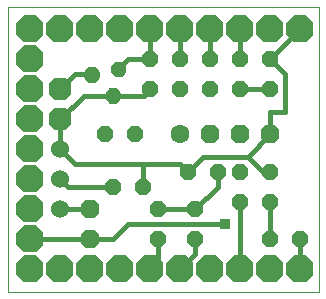
<source format=gbl>
G75*
%MOIN*%
%OFA0B0*%
%FSLAX24Y24*%
%IPPOS*%
%LPD*%
%AMOC8*
5,1,8,0,0,1.08239X$1,22.5*
%
%ADD10C,0.0000*%
%ADD11OC8,0.0520*%
%ADD12OC8,0.0630*%
%ADD13C,0.0630*%
%ADD14C,0.0104*%
%ADD15OC8,0.0900*%
%ADD16C,0.0600*%
%ADD17OC8,0.0760*%
%ADD18C,0.0160*%
%ADD19R,0.0356X0.0356*%
D10*
X000100Y000100D02*
X000100Y009596D01*
X010470Y009596D01*
X010470Y000100D01*
X000100Y000100D01*
D11*
X003600Y003600D03*
X004600Y003600D03*
X005100Y002850D03*
X005100Y001850D03*
X006350Y001850D03*
X006350Y002850D03*
X006100Y004100D03*
X007100Y004100D03*
X007850Y004100D03*
X008850Y004100D03*
X008850Y003100D03*
X007850Y003100D03*
X008850Y001850D03*
X009850Y001850D03*
X008850Y006850D03*
X008850Y007850D03*
X007850Y007850D03*
X006850Y007850D03*
X006850Y006850D03*
X007850Y006850D03*
X005850Y006850D03*
X004850Y006850D03*
X004850Y007850D03*
X005850Y007850D03*
X004350Y005350D03*
X003350Y005350D03*
D12*
X002850Y002850D03*
X002850Y001850D03*
X006850Y005350D03*
X007850Y005350D03*
X008850Y005350D03*
D13*
X005850Y005350D03*
D14*
X003566Y006798D02*
X003514Y006850D01*
X003686Y006850D01*
X003807Y006729D01*
X003807Y006557D01*
X003686Y006436D01*
X003514Y006436D01*
X003393Y006557D01*
X003393Y006729D01*
X003514Y006850D01*
X003546Y006772D01*
X003654Y006772D01*
X003729Y006697D01*
X003729Y006589D01*
X003654Y006514D01*
X003546Y006514D01*
X003471Y006589D01*
X003471Y006697D01*
X003546Y006772D01*
X003579Y006694D01*
X003621Y006694D01*
X003651Y006664D01*
X003651Y006622D01*
X003621Y006592D01*
X003579Y006592D01*
X003549Y006622D01*
X003549Y006664D01*
X003579Y006694D01*
X002859Y007505D02*
X002807Y007557D01*
X002979Y007557D01*
X003100Y007436D01*
X003100Y007264D01*
X002979Y007143D01*
X002807Y007143D01*
X002686Y007264D01*
X002686Y007436D01*
X002807Y007557D01*
X002839Y007479D01*
X002947Y007479D01*
X003022Y007404D01*
X003022Y007296D01*
X002947Y007221D01*
X002839Y007221D01*
X002764Y007296D01*
X002764Y007404D01*
X002839Y007479D01*
X002872Y007401D01*
X002914Y007401D01*
X002944Y007371D01*
X002944Y007329D01*
X002914Y007299D01*
X002872Y007299D01*
X002842Y007329D01*
X002842Y007371D01*
X002872Y007401D01*
X003743Y007682D02*
X003691Y007734D01*
X003863Y007734D01*
X003984Y007613D01*
X003984Y007441D01*
X003863Y007320D01*
X003691Y007320D01*
X003570Y007441D01*
X003570Y007613D01*
X003691Y007734D01*
X003723Y007656D01*
X003831Y007656D01*
X003906Y007581D01*
X003906Y007473D01*
X003831Y007398D01*
X003723Y007398D01*
X003648Y007473D01*
X003648Y007581D01*
X003723Y007656D01*
X003756Y007578D01*
X003798Y007578D01*
X003828Y007548D01*
X003828Y007506D01*
X003798Y007476D01*
X003756Y007476D01*
X003726Y007506D01*
X003726Y007548D01*
X003756Y007578D01*
D15*
X003850Y008850D03*
X004850Y008850D03*
X005850Y008850D03*
X006850Y008850D03*
X007850Y008850D03*
X008850Y008850D03*
X009850Y008850D03*
X002850Y008850D03*
X001850Y008850D03*
X000850Y008850D03*
X000850Y007850D03*
X000850Y006850D03*
X000850Y005850D03*
X000850Y004850D03*
X000850Y003850D03*
X000850Y002850D03*
X000850Y001850D03*
X000850Y000850D03*
X001850Y000850D03*
X002850Y000850D03*
X003850Y000850D03*
X004850Y000850D03*
X005850Y000850D03*
X006850Y000850D03*
X007850Y000850D03*
X008850Y000850D03*
X009850Y000850D03*
D16*
X001850Y002850D03*
X001850Y003850D03*
X001850Y004850D03*
D17*
X001850Y005850D03*
X001850Y006850D03*
D18*
X002350Y007350D01*
X002893Y007350D01*
X002643Y006643D02*
X001850Y005850D01*
X001850Y004850D01*
X002350Y004350D01*
X004600Y004350D01*
X005850Y004350D01*
X006100Y004100D01*
X006600Y004600D01*
X008100Y004600D01*
X008850Y005350D01*
X008850Y006100D01*
X009350Y006100D01*
X009350Y007350D01*
X008850Y007850D01*
X009850Y008850D01*
X007850Y008850D02*
X007850Y007850D01*
X006850Y007850D02*
X006850Y008850D01*
X005850Y008850D02*
X005850Y007850D01*
X004850Y007850D02*
X004100Y007850D01*
X003777Y007527D01*
X003600Y006643D02*
X002643Y006643D01*
X003600Y006643D02*
X004643Y006643D01*
X004850Y006850D01*
X004850Y007850D02*
X004850Y008850D01*
X007850Y006850D02*
X008850Y006850D01*
X008100Y004600D02*
X008600Y004100D01*
X008850Y004100D01*
X008850Y003100D02*
X008850Y001850D01*
X009850Y001850D02*
X009850Y000850D01*
X007850Y000850D02*
X007850Y003100D01*
X007350Y002350D02*
X004100Y002350D01*
X003600Y001850D01*
X002850Y001850D01*
X000850Y001850D01*
X001850Y002850D02*
X002850Y002850D01*
X002100Y003600D02*
X003600Y003600D01*
X004600Y003600D02*
X004600Y004350D01*
X005100Y002850D02*
X006350Y002850D01*
X007100Y003600D01*
X007100Y004100D01*
X006350Y001850D02*
X006350Y001350D01*
X005850Y000850D01*
X005100Y001100D02*
X004850Y000850D01*
X005100Y001100D02*
X005100Y001850D01*
X002100Y003600D02*
X001850Y003850D01*
D19*
X007350Y002350D03*
M02*

</source>
